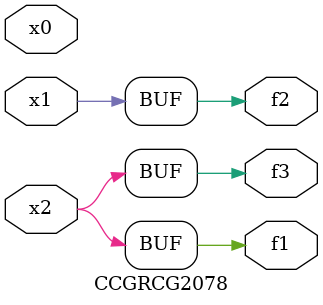
<source format=v>
module CCGRCG2078(
	input x0, x1, x2,
	output f1, f2, f3
);
	assign f1 = x2;
	assign f2 = x1;
	assign f3 = x2;
endmodule

</source>
